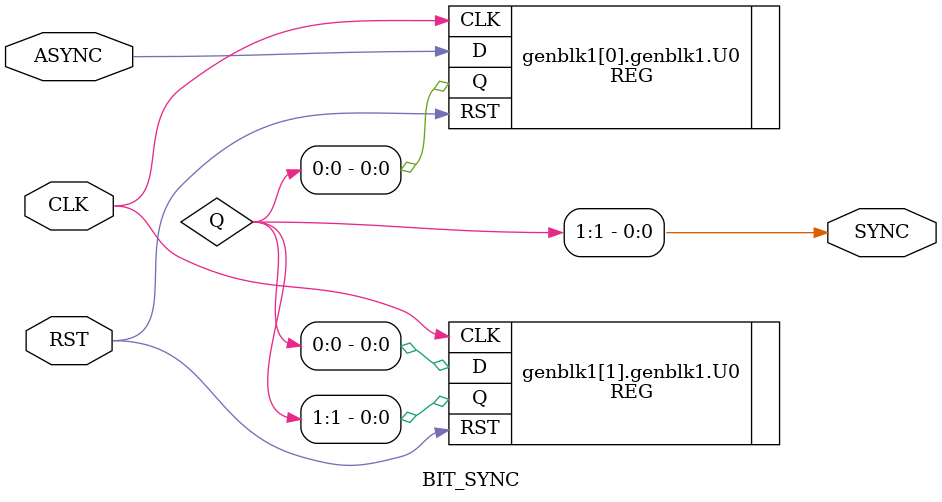
<source format=v>
module BIT_SYNC #(parameter NUM_STAGES = 2)
(
    input   wire         ASYNC   ,
    input   wire         CLK     ,
    input   wire         RST     ,
    output  wire         SYNC    
);

    wire     [NUM_STAGES - 1 : 0]     Q;
    genvar i;

    assign SYNC = Q[NUM_STAGES - 1];

    generate
        for(i = 0 ; i < NUM_STAGES ; i = i + 1)
            begin
                if(i == 0)
                    REG    U0  (.D(ASYNC), .CLK(CLK), .RST(RST), .Q(Q[i]));
                else
                    REG    U0  (.D(Q[i-1]), .CLK(CLK), .RST(RST), .Q(Q[i]));
            end
    
    endgenerate


endmodule
</source>
